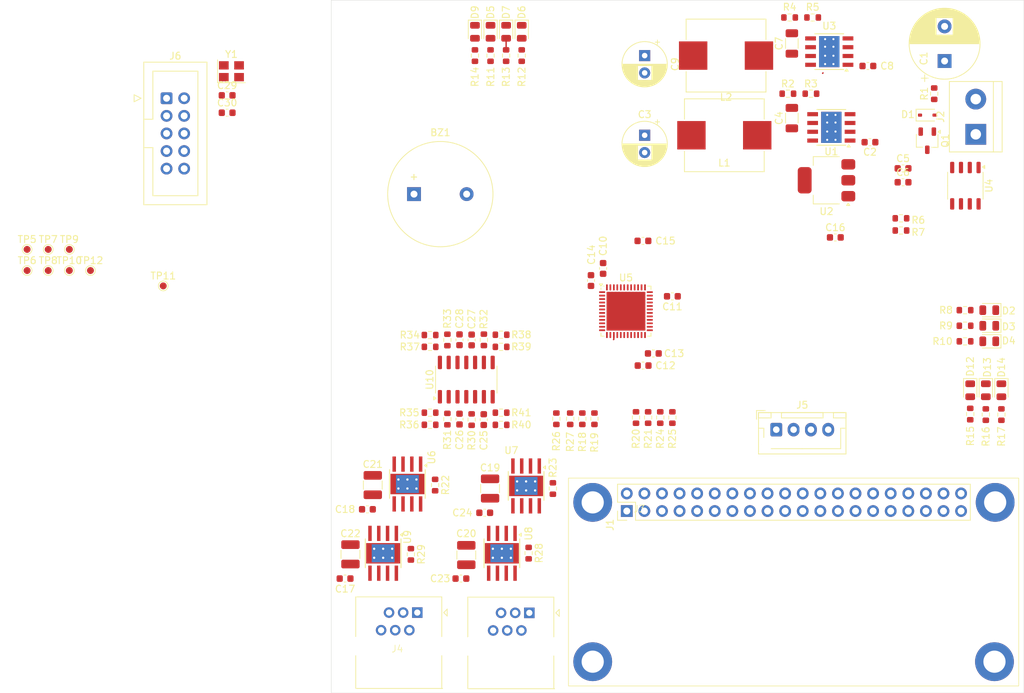
<source format=kicad_pcb>
(kicad_pcb (version 20240108) (generator "pcbnew") (generator_version "8.0")
  (layers (0 "F.Cu" signal) (31 "B.Cu" signal) (34 "B.Paste" user) (35 "F.Paste" user) (36 "B.SilkS" user "B.Silkscreen") (37 "F.SilkS" user "F.Silkscreen") (38 "B.Mask" user) (39 "F.Mask" user) (44 "Edge.Cuts" user))
  (net 0 "")
  (net 1 "+BATT")
  (net 2 "Net-(D1-A)")
  (net 3 "Net-(U1-PH)")
  (net 4 "Net-(U1-BOOT)")
  (net 5 "GND")
  (net 6 "+5V")
  (net 7 "+3.3V")
  (net 8 "Net-(U3-BOOT)")
  (net 9 "Net-(U3-PH)")
  (net 10 "+6V")
  (net 11 "BATT_ADC")
  (net 12 "Net-(J2-Pin_2)")
  (net 13 "Net-(U1-VSENSE)")
  (net 14 "Net-(U3-VSENSE)")
  (net 15 "Net-(D2-A)")
  (net 17 "Net-(D3-A)")
  (net 20 "Net-(D4-A)")
  (net 21 "Net-(D6-A)")
  (net 22 "Net-(D7-A)")
  (net 23 "Net-(D5-A)")
  (net 24 "Net-(D9-A)")
  (net 28 "Net-(U6-IN1)")
  (net 29 "MOT2_C2_1")
  (net 30 "Net-(U6-IN2)")
  (net 31 "MOT2_C2_2")
  (net 32 "MOT1_C1_1")
  (net 33 "Net-(U7-IN1)")
  (net 34 "MOT1_C1_2")
  (net 35 "Net-(U7-IN2)")
  (net 36 "/Motor_section/MOT2_C1_SENS")
  (net 37 "/Motor_section/MOT1_C1_SENS")
  (net 38 "MOT1_C2_1")
  (net 39 "Net-(U8-IN1)")
  (net 40 "Net-(U8-IN2)")
  (net 41 "MOT1_C2_2")
  (net 42 "MOT2_C1_1")
  (net 43 "Net-(U9-IN1)")
  (net 44 "Net-(U9-IN2)")
  (net 45 "MOT2_C1_2")
  (net 46 "/Motor_section/MOT1_C2_SENS")
  (net 47 "/Motor_section/MOT2_C2_SENS")
  (net 48 "/Motor_section/MOTOR1_C2A")
  (net 49 "/Motor_section/MOTOR1_C2B")
  (net 50 "/Motor_section/MOTOR2_C2A")
  (net 51 "/Motor_section/MOTOR2_C2B")
  (net 52 "/Motor_section/MOTOR1_C1A")
  (net 53 "/Motor_section/MOTOR2_C1A")
  (net 54 "/Motor_section/MOTOR2_C1B")
  (net 55 "/Motor_section/MOTOR1_C1B")
  (net 62 "Net-(J2-Pin_1)")
  (net 63 "BATT_CURR_DIFF_REF")
  (net 64 "BATT_CURR_DIFF_OUT")
  (net 66 "UART3_MCU_RX")
  (net 68 "/OSC2")
  (net 72 "UART3_MCU_TX")
  (net 91 "OP_UART0_TX")
  (net 99 "/OSC1")
  (net 108 "+3V3")
  (net 109 "Net-(U8-GND-Pad1)")
  (net 112 "Net-(U10B-+)")
  (net 113 "Net-(U10A-+)")
  (net 114 "Net-(U10C-+)")
  (net 115 "Net-(U10D-+)")
  (net 116 "Net-(U10D--)")
  (net 117 "MOT2_C1_ADC")
  (net 118 "Net-(U10A--)")
  (net 119 "MOT1_C2_ADC")
  (net 120 "Net-(U10C--)")
  (net 121 "MOT2_C2_ADC")
  (net 122 "Net-(U10B--)")
  (net 123 "MOT1_C1_ADC")
  (net 141 "OP_UART0_RX")
  (net 142 "OP_UART5_RX")
  (net 145 "OP_UART5_TX")
  (net 152 "Net-(D12-A)")
  (net 153 "Net-(D13-A)")
  (net 154 "Net-(D14-A)")
  (net 156 "/SWCLK")
  (net 161 "/SWDIO")
  (net 162 "/NRST")
  (footprint "Package_DFN_QFN:QFN-48-1EP_7x7mm_P0.5mm_EP5.6x5.6mm" (layer "F.Cu") (at 152.55 69.9)
    (property "Reference" "U5")
    (property "Value" "STM32G431CBUx")
  )
  (footprint "LED_SMD:LED_0805_2012Metric" (layer "F.Cu") (at 135.25 29.5625 -90)
    (property "Reference" "D7")
    (property "Value" "RED")
  )
  (footprint "Capacitor_THT:CP_Radial_D6.3mm_P2.50mm" (layer "F.Cu") (at 155.25 44.5 -90)
    (property "Reference" "C3")
    (property "Value" "220u")
  )
  (footprint "Capacitor_SMD:C_1206_3216Metric" (layer "F.Cu") (at 176.5 31.25 90)
    (property "Reference" "C7")
    (property "Value" "10u")
  )
  (footprint "Resistor_SMD:R_0603_1608Metric" (layer "F.Cu") (at 146.25 85.425 -90)
    (property "Reference" "R18")
    (property "Value" "1k")
  )
  (footprint "Resistor_SMD:R_0603_1608Metric" (layer "F.Cu") (at 133 33 90)
    (property "Reference" "R11")
    (property "Value" "33k")
  )
  (footprint "LED_SMD:LED_0805_2012Metric" (layer "F.Cu") (at 133 29.5625 -90)
    (property "Reference" "D5")
    (property "Value" "RED")
  )
  (footprint "TestPoint:TestPoint_Pad_D1.0mm" (layer "F.Cu") (at 72.195 64.03)
    (property "Reference" "TP10")
    (property "Value" "TP_M2C1A")
  )
  (footprint "Resistor_SMD:R_0603_1608Metric" (layer "F.Cu") (at 157.5 85.25 -90)
    (property "Reference" "R24")
    (property "Value" "1k")
  )
  (footprint "TestPoint:TestPoint_Pad_D1.0mm" (layer "F.Cu") (at 75.245 64.03)
    (property "Reference" "TP12")
    (property "Value" "TP_M1C1B")
  )
  (footprint "Resistor_SMD:R_0603_1608Metric" (layer "F.Cu") (at 201.5 72)
    (property "Reference" "R9")
    (property "Value" "10k")
  )
  (footprint "Inductor_SMD:L_1210_3225Metric" (layer "F.Cu") (at 132.935 95.5 90)
    (property "Reference" "C19")
    (property "Value" "22u")
  )
  (footprint "TestPoint:TestPoint_Pad_D1.0mm" (layer "F.Cu") (at 72.195 60.98)
    (property "Reference" "TP9")
    (property "Value" "TP_M1C1A")
  )
  (footprint "Resistor_SMD:R_0603_1608Metric" (layer "F.Cu") (at 206.75 84.825 90)
    (property "Reference" "R17")
    (property "Value" "10k")
  )
  (footprint "Crystal:Crystal_SMD_3225-4Pin_3.2x2.5mm" (layer "F.Cu") (at 95.595 35.26)
    (property "Reference" "Y1")
    (property "Value" "12Mhz")
  )
  (footprint "Capacitor_SMD:C_0603_1608Metric" (layer "F.Cu") (at 159.25 67.75)
    (property "Reference" "C11")
    (property "Value" "100n")
  )
  (footprint "Resistor_SMD:R_0603_1608Metric" (layer "F.Cu") (at 121.5 105 90)
    (property "Reference" "R29")
    (property "Value" "100m")
  )
  (footprint "Resistor_SMD:R_0603_1608Metric" (layer "F.Cu") (at 204.5 84.825 90)
    (property "Reference" "R16")
    (property "Value" "10k")
  )
  (footprint "Package_SO:Texas_HTSOP-8-1EP_3.9x4.9mm_P1.27mm_EP2.95x4.9mm_Mask2.4x3.1mm_ThermalVias" (layer "F.Cu") (at 134.635 104.85 -90)
    (property "Reference" "U8")
    (property "Value" "DRV8870DDA")
  )
  (footprint "Capacitor_SMD:C_0603_1608Metric" (layer "F.Cu") (at 128.725 108.5 180)
    (property "Reference" "C23")
    (property "Value" "100n")
  )
  (footprint "Resistor_SMD:R_0603_1608Metric" (layer "F.Cu") (at 134.52 75.05 180)
    (property "Reference" "R39")
    (property "Value" "100k")
  )
  (footprint "Resistor_SMD:R_0603_1608Metric" (layer "F.Cu") (at 202.25 84.75 90)
    (property "Reference" "R15")
    (property "Value" "10k")
  )
  (footprint "guider_system:ST4" (layer "F.Cu") (at 119.825 117.71)
    (property "Reference" "J4")
    (property "Value" "RJ12")
  )
  (footprint "Resistor_SMD:R_0603_1608Metric" (layer "F.Cu") (at 124.27 73.34 180)
    (property "Reference" "R34")
    (property "Value" "6.8k")
  )
  (footprint "Capacitor_SMD:C_0603_1608Metric" (layer "F.Cu") (at 192.55 51.285)
    (property "Reference" "C6")
    (property "Value" "10u")
  )
  (footprint "Capacitor_SMD:C_0603_1608Metric" (layer "F.Cu") (at 94.975 41.25)
    (property "Reference" "C30")
    (property "Value" "30p")
  )
  (footprint "Capacitor_SMD:C_0603_1608Metric" (layer "F.Cu") (at 94.975 38.74)
    (property "Reference" "C29")
    (property "Value" "30p")
  )
  (footprint "Capacitor_THT:CP_Radial_D10.0mm_P5.00mm" (layer "F.Cu") (at 198.55 33.785 90)
    (property "Reference" "C1")
    (property "Value" "470u")
  )
  (footprint "TerminalBlock:TerminalBlock_bornier-2_P5.08mm" (layer "F.Cu") (at 203.05 44.365 90)
    (property "Reference" "J2")
    (property "Value" "PWR_INPUT")
  )
  (footprint "MountingHole:MountingHole_3.2mm_M3_DIN965_Pad_TopBottom" (layer "F.Cu") (at 147.75 97.5 90)
    (property "Reference" "REF**" (hide yes))
    (property "Value" "MountingHole_3.2mm_M3_DIN965_Pad_TopBottom" (hide yes))
  )
  (footprint "Package_SO:TI_SO-PowerPAD-8_ThermalVias" (layer "F.Cu") (at 182.2 43.365 180)
    (property "Reference" "U1")
    (property "Value" "TPS5430DDA")
  )
  (footprint "Resistor_SMD:R_0603_1608Metric" (layer "F.Cu") (at 159.25 85.25 -90)
    (property "Reference" "R25")
    (property "Value" "1k")
  )
  (footprint "Inductor_SMD:L_Sunlord_MWSA1004S" (layer "F.Cu") (at 167 33 180)
    (property "Reference" "L2")
    (property "Value" "15u, 3.6A")
  )
  (footprint "MountingHole:MountingHole_3.2mm_M3_DIN965_Pad_TopBottom" (layer "F.Cu") (at 205.85 97.5 90)
    (property "Reference" "REF**" (hide yes))
    (property "Value" "MountingHole_3.2mm_M3_DIN965_Pad_TopBottom" (hide yes))
  )
  (footprint "Package_TO_SOT_SMD:SOT-223-3_TabPin2" (layer "F.Cu") (at 181.5 51 180)
    (property "Reference" "U2")
    (property "Value" "AMS1117-3.3")
  )
  (footprint "Connector_IDC:IDC-Header_2x05_P2.54mm_Vertical" (layer "F.Cu") (at 86.23 39.16)
    (property "Reference" "J6")
    (property "Value" "Conn_02x05_Odd_Even")
  )
  (footprint "Resistor_SMD:R_0603_1608Metric" (layer "F.Cu") (at 124.27 84.55)
    (property "Reference" "R35")
    (property "Value" "100k")
  )
  (footprint "Capacitor_SMD:C_0603_1608Metric" (layer "F.Cu") (at 132.16 99 180)
    (property "Reference" "C24")
    (property "Value" "100n")
  )
  (footprint "TestPoint:TestPoint_Pad_D1.0mm" (layer "F.Cu") (at 66.095 64.03)
    (property "Reference" "TP6")
    (property "Value" "TP_M1C2B")
  )
  (footprint "Resistor_SMD:R_0603_1608Metric" (layer "F.Cu") (at 197.05 38.5 90)
    (property "Reference" "R1")
    (property "Value" "33k")
  )
  (footprint "Capacitor_SMD:C_0603_1608Metric" (layer "F.Cu") (at 156.5 76)
    (property "Reference" "C13")
    (property "Value" "100n")
  )
  (footprint "Connector_PinHeader_2.54mm:PinHeader_2x20_P2.54mm_Vertical" (layer "F.Cu") (at 152.67 98.75 90)
    (property "Reference" "J1")
    (property "Value" "Orange-Pi connector")
  )
  (footprint "Capacitor_SMD:C_0603_1608Metric" (layer "F.Cu") (at 155 59.75 180)
    (property "Reference" "C15")
    (property "Value" "10u")
  )
  (footprint "LED_SMD:LED_0805_2012Metric" (layer "F.Cu") (at 205 74.25 180)
    (property "Reference" "D4")
    (property "Value" "YELLOW")
  )
  (footprint "Resistor_SMD:R_0603_1608Metric" (layer "F.Cu") (at 148 85.425 -90)
    (property "Reference" "R19")
    (property "Value" "1k")
  )
  (footprint "Capacitor_SMD:C_0603_1608Metric" (layer "F.Cu") (at 187.475 34.5 180)
    (property "Reference" "C8")
    (property "Value" "10n")
  )
  (footprint "Inductor_SMD:L_Sunlord_MWSA1004S" (layer "F.Cu") (at 166.75 44.5 180)
    (property "Reference" "L1")
    (property "Value" "15u, 3.6A")
  )
  (footprint "Resistor_SMD:R_0603_1608Metric" (layer "F.Cu") (at 134.52 84.55 180)
    (property "Reference" "R41")
    (property "Value" "100k")
  )
  (footprint "Resistor_SMD:R_0603_1608Metric" (layer "F.Cu") (at 132.04 74.035 -90)
    (property "Reference" "R32")
    (property "Value" "10k")
  )
  (footprint "Resistor_SMD:R_0603_1608Metric" (layer "F.Cu") (at 124.27 75.05)
    (property "Reference" "R37")
    (property "Value" "100k")
  )
  (footprint "Capacitor_SMD:C_1206_3216Metric" (layer "F.Cu") (at 176.5 42.025 90)
    (property "Reference" "C4")
    (property "Value" "10u")
  )
  (footprint "LED_SMD:LED_0805_2012Metric" (layer "F.Cu") (at 204.5 81.3125 -90)
    (property "Reference" "D13")
    (property "Value" "GREEN")
  )
  (footprint "Resistor_SMD:R_0603_1608Metric" (layer "F.Cu") (at 192.25 58.25)
    (property "Reference" "R7")
    (property "Value" "6.8k")
  )
  (footprint "LED_SMD:LED_0805_2012Metric" (layer "F.Cu") (at 206.75 81.3125 -90)
    (property "Reference" "D14")
    (property "Value" "YELLOW")
  )
  (footprint "Inductor_SMD:L_1210_3225Metric" (layer "F.Cu") (at 116 95 90)
    (property "Reference" "C21")
    (property "Value" "22u")
  )
  (footprint "Capacitor_SMD:C_0603_1608Metric" (layer "F.Cu") (at 149.25 63.725 90)
    (property "Reference" "C10")
    (property "Value" "100n")
  )
  (footprint "Resistor_SMD:R_0603_1608Metric" (layer "F.Cu") (at 130.27 85.55 90)
    (property "Reference" "R30")
    (property "Value" "10k")
  )
  (footprint "Buzzer_Beeper:Buzzer_15x7.5RM7.6" (layer "F.Cu") (at 121.95 53)
    (property "Reference" "BZ1")
    (property "Value" "Buzzer")
  )
  (footprint "Capacitor_THT:CP_Radial_D6.3mm_P2.50mm" (layer "F.Cu") (at 155.25 33 -90)
    (property "Reference" "C9")
    (property "Value" "220u")
  )
  (footprint "Capacitor_SMD:C_0603_1608Metric" (layer "F.Cu") (at 132.02 85.55 -90)
    (property "Reference" "C25")
    (property "Value" "1u")
  )
  (footprint "Resistor_SMD:R_0603_1608Metric" (layer "F.Cu") (at 134.52 73.3)
    (property "Reference" "R38")
    (property "Value" "6.8k")
  )
  (footprint "Resistor_SMD:R_0603_1608Metric" (layer "F.Cu") (at 179.25 38.5)
    (property "Reference" "R3")
    (property "Value" "3k3")
  )
  (footprint "Capacitor_SMD:C_0603_1608Metric" (layer "F.Cu") (at 147.5 65.475 90)
    (property "Reference" "C14")
    (property "Value" "100n")
  )
  (footprint "Resistor_SMD:R_0603_1608Metric" (layer "F.Cu") (at 130.75 33 90)
    (property "Reference" "R14")
    (property "Value" "33k")
  )
  (footprint "LED_SMD:LED_0805_2012Metric" (layer "F.Cu") (at 205 72 180)
    (property "Reference" "D3")
    (property "Value" "GREEN")
  )
  (footprint "Connector_JST:JST_XH_B4B-XH-AM_1x04_P2.50mm_Vertical" (layer "F.Cu") (at 174.25 87)
    (property "Reference" "J5")
    (property "Value" "GPS_UART")
  )
  (footprint "Resistor_SMD:R_0603_1608Metric" (layer "F.Cu") (at 124.27 86.3 180)
    (property "Reference" "R36")
    (property "Value" "6.8k")
  )
  (footprint "Resistor_SMD:R_0603_1608Metric" (layer "F.Cu") (at 179.5 27.5)
    (property "Reference" "R5")
    (property "Value" "2k2")
  )
  (footprint "Resistor_SMD:R_0603_1608Metric" (layer "F.Cu") (at 125 95 90)
    (property "Reference" "R22")
    (property "Value" "100m")
  )
  (footprint "Capacitor_SMD:C_0603_1608Metric" (layer "F.Cu") (at 112 108.5 180)
    (property "Reference" "C17")
    (property "Value" "100n")
  )
  (footprint "Resistor_SMD:R_0603_1608Metric" (layer "F.Cu") (at 192.25 56.49)
    (property "Reference" "R6")
    (property "Value" "100k")
  )
  (footprint "Resistor_SMD:R_0603_1608Metric" (layer "F.Cu") (at 201.5 69.75)
    (property "Reference" "R8")
    (property "Value" "10k")
  )
  (footprint "TestPoint:TestPoint_Pad_D1.0mm" (layer "F.Cu") (at 69.145 64.03)
    (property "Reference" "TP8")
    (property "Value" "TP_M2C2B")
  )
  (footprint "Resistor_SMD:R_0603_1608Metric" (layer "F.Cu") (at 134.52 86.31)
    (property "Reference" "R40")
    (property "Value" "6.8k")
  )
  (footprint "Resistor_SMD:R_0603_1608Metric" (layer "F.Cu") (at 155.75 85.25 -90)
    (property "Reference" "R21")
    (property "Value" "1k")
  )
  (footprint "Inductor_SMD:L_1210_3225Metric" (layer "F.Cu") (at 112.775 105 90)
    (property "Reference" "C22")
    (property "Value" "22u")
  )
  (footprint "Capacitor_SMD:C_0603_1608Metric" (layer "F.Cu") (at 192.55 49.285)
    (property "Reference" "C5")
    (property "Value" "10u")
  )
  (footprint "Package_SO:TI_SO-PowerPAD-8_ThermalVias" (layer "F.Cu") (at 181.9 32.425 180)
    (property "Reference" "U3")
    (property "Value" "TPS5430DDA")
  )
  (footprint "Package_TO_SOT_SMD:TSOT-23" (layer "F.Cu") (at 196.05 45.285 -90)
    (property "Reference" "Q1")
    (property "Value" "AO3400A")
  )
  (footprint "TestPoint:TestPoint_Pad_D1.0mm" (layer "F.Cu") (at 85.75 66.25)
    (property "Reference" "TP11")
    (property "Value" "TP_M2C1B")
  )
  (footprint "Inductor_SMD:L_1210_3225Metric" (layer "F.Cu") (at 129.5 105.1 90)
    (property "Reference" "C20")
    (property "Value" "22u")
  )
  (footprint "Resistor_SMD:R_0603_1608Metric" (layer "F.Cu") (at 201.5 74.25)
    (property "Reference" "R10")
    (property "Value" "10k")
  )
  (footprint "Capacitor_SMD:C_0603_1608Metric" (layer "F.Cu") (at 187.775 45.5 180)
    (property "Reference" "C2")
    (property "Value" "10n")
  )
  (footprint "Package_SO:SOP-8_3.9x4.9mm_P1.27mm" (layer "F.Cu") (at 201.55 51.785 -90)
    (property "Reference" "U4")
    (property "Value" "CC6920B")
  )
  (footprint "Package_SO:Texas_HTSOP-8-1EP_3.9x4.9mm_P1.27mm_EP2.95x4.9mm_Mask2.4x3.1mm_ThermalVias" (layer "F.Cu") (at 138.135 95.125 -90)
    (property "Reference" "U7")
    (property "Value" "DRV8870DDA")
  )
  (footprint "TestPoint:TestPoint_Pad_D1.0mm" (layer "F.Cu") (at 66.095 60.98)
    (property "Reference" "TP5")
    (property "Value" "TP_M1C2A")
  )
  (footprint "Capacitor_SMD:C_0603_1608Metric" (layer "F.Cu") (at 130.27 74.05 90)
    (property "Reference" "C27")
    (property "Value" "1u")
  )
  (footprint "LED_SMD:LED_0805_2012Metric" (layer "F.Cu") (at 202.25 81.3125 -90)
    (property "Reference" "D12")
    (property "Value" "RED")
  )
  (footprint "Resistor_SMD:R_0603_1608Metric" (layer "F.Cu") (at 154 85.25 -90)
    (property "Reference" "R20")
    (property "Value" "1k")
  )
  (footprint "Resistor_SMD:R_0603_1608Metric" (layer "F.Cu") (at 142.5 85.425 -90)
    (property "Reference" "R26")
    (property "Value" "1k")
  )
  (footprint "Resistor_SMD:R_0603_1608Metric" (layer "F.Cu") (at 138.5 104.825 90)
    (property "Reference" "R28")
    (property "Value" "100m")
  )
  (footprint "Capacitor_SMD:C_0603_1608Metric" (layer "F.Cu") (at 115.225 98.5 180)
    (property "Reference" "C18")
    (property "Value" "100n")
  )
  (footprint "Resistor_SMD:R_0603_1608Metric" (layer "F.Cu") (at 142 95.5 90)
    (property "Reference" "R23")
    (property "Value" "100m")
  )
  (footprint "Capacitor_SMD:C_0603_1608Metric" (layer "F.Cu") (at 128.52 74.025 -90)
    (property "Reference" "C28")
    (property "Value" "1u")
  )
  (footprint "MountingHole:MountingHole_3.2mm_M3_DIN965_Pad_TopBottom" (layer "F.Cu") (at 147.75 120.5 90)
    (property "Reference" "REF**" (hide yes))
    (property "Value" "MountingHole_3.2mm_M3_DIN965_Pad_TopBottom" (hide yes))
  )
  (footprint "Resistor_SMD:R_0603_1608Metric" (layer "F.Cu") (at 176.175 27.5)
    (property "Reference" "R4")
    (property "Value" "10k")
  )
  (footprint "Package_SO:SOIC-14_3.9x8.7mm_P1.27mm" (layer "F.Cu") (at 129.5 79.775 90)
    (property "Reference" "U10")
    (property "Value" "LM324")
  )
  (footprint "Resistor_SMD:R_0603_1608Metric" (layer "F.Cu") (at 175.925 38.5)
    (property "Reference" "R2")
    (property "Value" "10k")
  )
  (footprint "Capacitor_SMD:C_0603_1608Metric" (layer "F.Cu") (at 155.025 77.75)
    (property "Reference" "C12")
    (property "Value" "100n")
  )
  (footprint "LED_SMD:LED_0805_2012Metric" (layer "F.Cu") (at 205 69.75 180)
    (property "Reference" "D2")
    (property "Value" "RED")
  )
  (footprint "Capacitor_SMD:C_0603_1608Metric" (layer "F.Cu") (at 182.775 59.25)
    (property "Reference" "C16")
    (property "Value" "100n")
  )
  (footprint "LED_SMD:LED_0805_2012Metric" (layer "F.Cu") (at 130.75 29.5625 -90)
    (property "Reference" "D9")
    (property "Value" "RED")
  )
  (footprint "Diode_SMD:D_SOD-323" (layer "F.Cu") (at 196.05 41.595)
    (property "Reference" "D1")
    (property "Value" "6V2")
  )
  (footprint "guider_system:ST4" (layer "F.Cu") (at 136 117.75)
    (property "Reference" "J3")
    (property "Value" "RJ12")
  )
  (footprint "LED_SMD:LED_0805_2012Metric" (layer "F.Cu") (at 137.5 29.5625 -90)
    (property "Reference" "D6")
    (property "Value" "RED")
  )
  (footprint "TestPoint:TestPoint_Pad_D1.0mm" (layer "F.Cu") (at 69.145 60.98)
    (property "Reference" "TP7")
    (property "Value" "TP_M2C2A")
  )
  (footprint "Resistor_SMD:R_0603_1608Metric" (layer "F.Cu") (at 126.77 85.475 90)
    (property "Reference" "R31")
    (property "Value" "10k")
  )
  (footprint "Resistor_SMD:R_0603_1608Metric" (layer "F.Cu") (at 137.5 33 90)
    (property "Reference" "R12")
    (property "Value" "33k")
  )
  (footprint "Resistor_SMD:R_0603_1608Metric" (layer "F.Cu") (at 144.5 85.425 -90)
    (property "Reference" "R27")
    (property "Value" "1k")
  )
  (footprint "Resistor_SMD:R_0603_1608Metric" (layer "F.Cu") (at 126.77 74.05 90)
    (property "Reference" "R33")
    (property "Value" "10k")
  )
  (footprint "Capacitor_SMD:C_0603_1608Metric" (layer "F.Cu") (at 128.52 85.475 -90)
    (property "Reference" "C26")
    (property "Value" "1u")
  )
  (footprint "Resistor_SMD:R_0603_1608Metric" (layer "F.Cu") (at 135.25 33 90)
    (property "Reference" "R13")
    (property "Value" "33k")
  )
  (footprint "Package_SO:Texas_HTSOP-8-1EP_3.9x4.9mm_P1.27mm_EP2.95x4.9mm_Mask2.4x3.1mm_ThermalVias" (layer "F.Cu") (at 121 94.85 -90)
    (property "Reference" "U6")
    (property "Value" "DRV8870DDA")
  )
  (footprint "MountingHole:MountingHole_3.2mm_M3_DIN965_Pad_TopBottom" (layer "F.Cu") (at 205.75 120.5 90)
    (property "Reference" "REF**" (hide yes))
    (property "Value" "MountingHole_3.2mm_M3_DIN965_Pad_TopBottom" (hide yes))
  )
  (footprint "Package_SO:Texas_HTSOP-8-1EP_3.9x4.9mm_P1.27mm_EP2.95x4.9mm_Mask2.4x3.1mm_ThermalVias" (layer "F.Cu") (at 117.5 104.85 -90)
    (property "Reference" "U9")
    (property "Value" "DRV8870DDA")
  )
  (gr_rect (start 144.25 94) (end 209.25 124) (stroke (width 0.1)) (fill none) (layer "F.SilkS"))
  (gr_rect (start 110 25) (end 210 125) (stroke (width 0.05)) (fill none) (layer "Edge.Cuts"))
  (segment (start 180.94 35.56) (end 181 35.5) (width 0.2) (layer "F.Cu") (net 13))
  (segment (start 135.25 32.175) (end 135.25 30.5) (width 0.2) (layer "F.Cu") (net 22))
  (segment (start 150.8 73.95) (end 150.75 74) (width 0.2) (layer "F.Cu") (net 45))
  (segment (start 150.8 73.3375) (end 150.8 73.95) (width 0.2) (layer "F.Cu") (net 45))
  (segment (start 120.66 113.41) (end 120.75 113.5) (width 0.2) (layer "F.Cu") (net 51))
)
</source>
